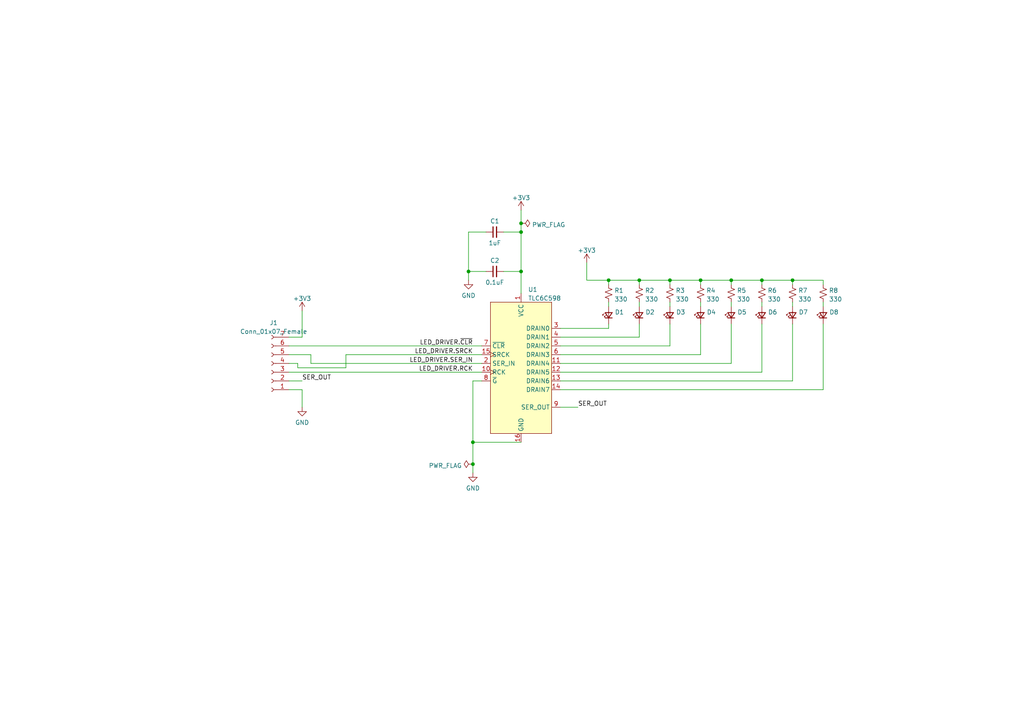
<source format=kicad_sch>
(kicad_sch (version 20211123) (generator eeschema)
  (paper "A4")
  (lib_symbols
    (symbol "Connector:Conn_01x07_Female" (pin_names (offset 1.016) hide)
      (property "Reference" "J" (at 0 10.16 0))
      (property "Value" "Conn_01x07_Female" (at 0 -10.16 0))
      (symbol "Conn_01x07_Female_1_1"
        (arc (start 0 -7.112) (mid -0.508 -7.62) (end 0 -8.128) (stroke (width 0.1524)))
        (arc (start 0 -4.572) (mid -0.508 -5.08) (end 0 -5.588) (stroke (width 0.1524)))
        (arc (start 0 -2.032) (mid -0.508 -2.54) (end 0 -3.048) (stroke (width 0.1524)))
        (polyline (pts (xy -1.27 -7.62) (xy -0.508 -7.62)) (stroke (width 0.1524)))
        (polyline (pts (xy -1.27 -5.08) (xy -0.508 -5.08)) (stroke (width 0.1524)))
        (polyline (pts (xy -1.27 -2.54) (xy -0.508 -2.54)) (stroke (width 0.1524)))
        (polyline (pts (xy -1.27 0) (xy -0.508 0)) (stroke (width 0.1524)))
        (polyline (pts (xy -1.27 2.54) (xy -0.508 2.54)) (stroke (width 0.1524)))
        (polyline (pts (xy -1.27 5.08) (xy -0.508 5.08)) (stroke (width 0.1524)))
        (polyline (pts (xy -1.27 7.62) (xy -0.508 7.62)) (stroke (width 0.1524)))
        (arc (start 0 0.508) (mid -0.508 0) (end 0 -0.508) (stroke (width 0.1524)))
        (arc (start 0 3.048) (mid -0.508 2.54) (end 0 2.032) (stroke (width 0.1524)))
        (arc (start 0 5.588) (mid -0.508 5.08) (end 0 4.572) (stroke (width 0.1524)))
        (arc (start 0 8.128) (mid -0.508 7.62) (end 0 7.112) (stroke (width 0.1524)))
        (pin passive line (at -5.08 7.62 0) (length 3.81) (name "Pin_1") (number "1"))
        (pin passive line (at -5.08 5.08 0) (length 3.81) (name "Pin_2") (number "2"))
        (pin passive line (at -5.08 2.54 0) (length 3.81) (name "Pin_3") (number "3"))
        (pin passive line (at -5.08 0 0) (length 3.81) (name "Pin_4") (number "4"))
        (pin passive line (at -5.08 -2.54 0) (length 3.81) (name "Pin_5") (number "5"))
        (pin passive line (at -5.08 -5.08 0) (length 3.81) (name "Pin_6") (number "6"))
        (pin passive line (at -5.08 -7.62 0) (length 3.81) (name "Pin_7") (number "7"))
      )
    )
    (symbol "Device:C_Small" (pin_numbers hide) (pin_names (offset 0.254) hide)
      (property "Reference" "C" (at 0.254 1.778 0))
      (property "Value" "C_Small" (at 0.254 -2.032 0))
      (symbol "C_Small_0_1"
        (polyline (pts (xy -1.524 -0.508) (xy 1.524 -0.508)) (stroke (width 0.3302)))
        (polyline (pts (xy -1.524 0.508) (xy 1.524 0.508)) (stroke (width 0.3048)))
      )
      (symbol "C_Small_1_1"
        (pin passive line (at 0 2.54 270) (length 2.032) (name "~") (number "1"))
        (pin passive line (at 0 -2.54 90) (length 2.032) (name "~") (number "2"))
      )
    )
    (symbol "Device:LED_Small" (pin_numbers hide) (pin_names (offset 0.254) hide)
      (property "Reference" "D" (at -1.27 3.175 0))
      (property "Value" "LED_Small" (at -4.445 -2.54 0))
      (symbol "LED_Small_0_1"
        (polyline (pts (xy -0.762 -1.016) (xy -0.762 1.016)) (stroke (width 0.254)))
        (polyline (pts (xy 1.016 0) (xy -0.762 0)))
        (polyline (pts (xy 0.762 -1.016) (xy -0.762 0) (xy 0.762 1.016) (xy 0.762 -1.016)) (stroke (width 0.254)))
        (polyline (pts (xy 0 0.762) (xy -0.508 1.27) (xy -0.254 1.27) (xy -0.508 1.27) (xy -0.508 1.016)))
        (polyline (pts (xy 0.508 1.27) (xy 0 1.778) (xy 0.254 1.778) (xy 0 1.778) (xy 0 1.524)))
      )
      (symbol "LED_Small_1_1"
        (pin passive line (at -2.54 0 0) (length 1.778) (name "K") (number "1"))
        (pin passive line (at 2.54 0 180) (length 1.778) (name "A") (number "2"))
      )
    )
    (symbol "Device:R_Small_US" (pin_numbers hide) (pin_names (offset 0.254) hide)
      (property "Reference" "R" (at 0.762 0.508 0))
      (property "Value" "R_Small_US" (at 0.762 -1.016 0))
      (symbol "R_Small_US_1_1"
        (polyline (pts (xy 0 0) (xy 1.016 -0.381) (xy 0 -0.762) (xy -1.016 -1.143) (xy 0 -1.524)))
        (polyline (pts (xy 0 1.524) (xy 1.016 1.143) (xy 0 0.762) (xy -1.016 0.381) (xy 0 0)))
        (pin passive line (at 0 2.54 270) (length 1.016) (name "~") (number "1"))
        (pin passive line (at 0 -2.54 90) (length 1.016) (name "~") (number "2"))
      )
    )
    (symbol "power:+3V3" (power) (pin_names (offset 0))
      (property "Value" "+3V3" (at 0 3.556 0))
      (symbol "+3V3_0_1"
        (polyline (pts (xy -0.762 1.27) (xy 0 2.54)))
        (polyline (pts (xy 0 0) (xy 0 2.54)))
        (polyline (pts (xy 0 2.54) (xy 0.762 1.27)))
      )
      (symbol "+3V3_1_1"
        (pin power_in line (at 0 0 90) (length 0) hide (name "+3V3") (number "1"))
      )
    )
    (symbol "power:GND" (power) (pin_names (offset 0))
      (property "Value" "GND" (at 0 -3.81 0))
      (symbol "GND_0_1"
        (polyline (pts (xy 0 0) (xy 0 -1.27) (xy 1.27 -1.27) (xy 0 -2.54) (xy -1.27 -1.27) (xy 0 -1.27)))
      )
      (symbol "GND_1_1"
        (pin power_in line (at 0 0 270) (length 0) hide (name "GND") (number "1"))
      )
    )
    (symbol "power:PWR_FLAG" (power) (pin_numbers hide) (pin_names (offset 0) hide)
      (property "Value" "PWR_FLAG" (at 0 3.81 0))
      (symbol "PWR_FLAG_0_0"
        (pin power_out line (at 0 0 90) (length 0) (name "pwr") (number "1"))
      )
      (symbol "PWR_FLAG_0_1"
        (polyline (pts (xy 0 0) (xy 0 1.27) (xy -1.016 1.905) (xy 0 2.54) (xy 1.016 1.905) (xy 0 1.27)))
      )
    )
    (symbol "symbols:TLC6C598"
      (property "Reference" "U" (at -7.62 20.32 0))
      (property "Value" "TLC6C598" (at 6.35 -22.86 0))
      (symbol "TLC6C598_0_1"
        (rectangle (start -8.89 17.78) (end 8.89 -20.32) (stroke (width 0.1524)) (fill (type background)))
      )
      (symbol "TLC6C598_1_1"
        (pin power_in line (at 0 20.32 270) (length 2.54) (name "VCC") (number "1"))
        (pin input clock (at -11.43 -2.54 0) (length 2.54) (name "RCK") (number "10"))
        (pin passive line (at 11.43 0 180) (length 2.54) (name "DRAIN4") (number "11"))
        (pin passive line (at 11.43 -2.54 180) (length 2.54) (name "DRAIN5") (number "12"))
        (pin passive line (at 11.43 -5.08 180) (length 2.54) (name "DRAIN6") (number "13"))
        (pin passive line (at 11.43 -7.62 180) (length 2.54) (name "DRAIN7") (number "14"))
        (pin input clock (at -11.43 2.54 0) (length 2.54) (name "SRCK") (number "15"))
        (pin power_in line (at 0 -22.86 90) (length 2.54) (name "GND") (number "16"))
        (pin input line (at -11.43 0 0) (length 2.54) (name "SER_IN") (number "2"))
        (pin passive line (at 11.43 10.16 180) (length 2.54) (name "DRAIN0") (number "3"))
        (pin passive line (at 11.43 7.62 180) (length 2.54) (name "DRAIN1") (number "4"))
        (pin passive line (at 11.43 5.08 180) (length 2.54) (name "DRAIN2") (number "5"))
        (pin passive line (at 11.43 2.54 180) (length 2.54) (name "DRAIN3") (number "6"))
        (pin input line (at -11.43 5.08 0) (length 2.54) (name "~{CLR}") (number "7"))
        (pin input line (at -11.43 -5.08 0) (length 2.54) (name "~{G}") (number "8"))
        (pin output line (at 11.43 -12.7 180) (length 2.54) (name "SER_OUT") (number "9"))
      )
    )
  )
  (junction (at 194.31 81.28))
  (junction (at 229.87 81.28))
  (junction (at 137.16 128.27))
  (junction (at 176.53 81.28))
  (junction (at 151.13 64.77))
  (junction (at 203.2 81.28))
  (junction (at 185.42 81.28))
  (junction (at 137.16 134.62))
  (junction (at 151.13 78.74))
  (junction (at 135.89 78.74))
  (junction (at 212.09 81.28))
  (junction (at 151.13 67.31))
  (junction (at 220.98 81.28))
  (wire (pts (xy 137.16 110.49) (xy 139.7 110.49)))
  (wire (pts (xy 194.31 100.33) (xy 194.31 93.98)))
  (wire (pts (xy 162.56 107.95) (xy 220.98 107.95)))
  (wire (pts (xy 162.56 118.11) (xy 167.64 118.11)))
  (wire (pts (xy 162.56 102.87) (xy 203.2 102.87)))
  (wire (pts (xy 100.33 102.87) (xy 100.33 106.68)))
  (wire (pts (xy 194.31 81.28) (xy 194.31 82.55)))
  (wire (pts (xy 170.18 81.28) (xy 176.53 81.28)))
  (wire (pts (xy 194.31 81.28) (xy 203.2 81.28)))
  (wire (pts (xy 140.97 67.31) (xy 135.89 67.31)))
  (wire (pts (xy 137.16 134.62) (xy 137.16 137.16)))
  (wire (pts (xy 185.42 87.63) (xy 185.42 88.9)))
  (wire (pts (xy 162.56 100.33) (xy 194.31 100.33)))
  (wire (pts (xy 220.98 107.95) (xy 220.98 93.98)))
  (wire (pts (xy 100.33 102.87) (xy 139.7 102.87)))
  (wire (pts (xy 220.98 81.28) (xy 229.87 81.28)))
  (wire (pts (xy 162.56 105.41) (xy 212.09 105.41)))
  (wire (pts (xy 86.36 105.41) (xy 83.82 105.41)))
  (wire (pts (xy 137.16 128.27) (xy 137.16 134.62)))
  (wire (pts (xy 162.56 110.49) (xy 229.87 110.49)))
  (wire (pts (xy 83.82 100.33) (xy 139.7 100.33)))
  (wire (pts (xy 185.42 81.28) (xy 185.42 82.55)))
  (wire (pts (xy 176.53 95.25) (xy 176.53 93.98)))
  (wire (pts (xy 137.16 128.27) (xy 151.13 128.27)))
  (wire (pts (xy 135.89 81.28) (xy 135.89 78.74)))
  (wire (pts (xy 90.17 105.41) (xy 90.17 102.87)))
  (wire (pts (xy 162.56 113.03) (xy 238.76 113.03)))
  (wire (pts (xy 229.87 87.63) (xy 229.87 88.9)))
  (wire (pts (xy 212.09 87.63) (xy 212.09 88.9)))
  (wire (pts (xy 151.13 67.31) (xy 151.13 78.74)))
  (wire (pts (xy 212.09 81.28) (xy 220.98 81.28)))
  (wire (pts (xy 87.63 97.79) (xy 87.63 90.17)))
  (wire (pts (xy 90.17 102.87) (xy 83.82 102.87)))
  (wire (pts (xy 146.05 67.31) (xy 151.13 67.31)))
  (wire (pts (xy 185.42 93.98) (xy 185.42 97.79)))
  (wire (pts (xy 135.89 78.74) (xy 140.97 78.74)))
  (wire (pts (xy 137.16 110.49) (xy 137.16 128.27)))
  (wire (pts (xy 135.89 67.31) (xy 135.89 78.74)))
  (wire (pts (xy 238.76 113.03) (xy 238.76 93.98)))
  (wire (pts (xy 151.13 60.96) (xy 151.13 64.77)))
  (wire (pts (xy 83.82 97.79) (xy 87.63 97.79)))
  (wire (pts (xy 146.05 78.74) (xy 151.13 78.74)))
  (wire (pts (xy 83.82 110.49) (xy 87.63 110.49)))
  (wire (pts (xy 100.33 106.68) (xy 86.36 106.68)))
  (wire (pts (xy 170.18 76.2) (xy 170.18 81.28)))
  (wire (pts (xy 176.53 81.28) (xy 176.53 82.55)))
  (wire (pts (xy 86.36 106.68) (xy 86.36 105.41)))
  (wire (pts (xy 203.2 87.63) (xy 203.2 88.9)))
  (wire (pts (xy 176.53 81.28) (xy 185.42 81.28)))
  (wire (pts (xy 176.53 87.63) (xy 176.53 88.9)))
  (wire (pts (xy 212.09 93.98) (xy 212.09 105.41)))
  (wire (pts (xy 162.56 97.79) (xy 185.42 97.79)))
  (wire (pts (xy 185.42 81.28) (xy 194.31 81.28)))
  (wire (pts (xy 194.31 87.63) (xy 194.31 88.9)))
  (wire (pts (xy 203.2 81.28) (xy 203.2 82.55)))
  (wire (pts (xy 151.13 64.77) (xy 151.13 67.31)))
  (wire (pts (xy 83.82 107.95) (xy 139.7 107.95)))
  (wire (pts (xy 162.56 95.25) (xy 176.53 95.25)))
  (wire (pts (xy 203.2 102.87) (xy 203.2 93.98)))
  (wire (pts (xy 83.82 113.03) (xy 87.63 113.03)))
  (wire (pts (xy 151.13 78.74) (xy 151.13 85.09)))
  (wire (pts (xy 220.98 87.63) (xy 220.98 88.9)))
  (wire (pts (xy 229.87 93.98) (xy 229.87 110.49)))
  (wire (pts (xy 229.87 81.28) (xy 238.76 81.28)))
  (wire (pts (xy 212.09 81.28) (xy 212.09 82.55)))
  (wire (pts (xy 203.2 81.28) (xy 212.09 81.28)))
  (wire (pts (xy 90.17 105.41) (xy 139.7 105.41)))
  (wire (pts (xy 238.76 87.63) (xy 238.76 88.9)))
  (wire (pts (xy 238.76 81.28) (xy 238.76 82.55)))
  (wire (pts (xy 229.87 81.28) (xy 229.87 82.55)))
  (wire (pts (xy 87.63 113.03) (xy 87.63 118.11)))
  (wire (pts (xy 220.98 81.28) (xy 220.98 82.55)))
  (label "LED_DRIVER.~{CLR}" (at 137.16 100.33 180))
  (label "SER_OUT" (at 87.63 110.49 0))
  (label "LED_DRIVER.SER_IN" (at 137.16 105.41 180))
  (label "SER_OUT" (at 167.64 118.11 0))
  (label "LED_DRIVER.SRCK" (at 137.16 102.87 180))
  (label "LED_DRIVER.RCK" (at 137.16 107.95 180))
  (symbol (lib_id "Device:LED_Small") (at 212.09 91.44 90) (unit 1)
    (property "Reference" "D5" (at 213.868 90.5418 90) (effects (justify right)))
    (property "Value" "LED_Small" (effects hide))
    (property "Footprint" "LED_SMD:LED_0603_1608Metric" (effects hide))
  )
  (symbol (lib_id "Device:R_Small_US") (at 203.2 85.09 0) (unit 1)
    (property "Reference" "R4" (at 204.851 84.2553 0) (effects (justify left)))
    (property "Value" "330" (at 204.851 86.7922 0) (effects (justify left)))
    (property "Footprint" "Resistor_SMD:R_0603_1608Metric" (effects hide))
  )
  (symbol (lib_id "Device:R_Small_US") (at 185.42 85.09 0) (unit 1)
    (property "Reference" "R2" (at 187.071 84.2553 0) (effects (justify left)))
    (property "Value" "330" (at 187.071 86.7922 0) (effects (justify left)))
    (property "Footprint" "Resistor_SMD:R_0603_1608Metric" (effects hide))
  )
  (symbol (lib_id "Device:LED_Small") (at 229.87 91.44 90) (unit 1)
    (property "Reference" "D7" (at 231.648 90.5418 90) (effects (justify right)))
    (property "Value" "LED_Small" (effects hide))
    (property "Footprint" "LED_SMD:LED_0603_1608Metric" (effects hide))
  )
  (symbol (lib_id "power:GND") (at 135.89 81.28 0) (unit 1)
    (property "Reference" "#PWR03" (effects hide))
    (property "Value" "GND" (at 135.89 85.7234 0))
  )
  (symbol (lib_id "Device:C_Small") (at 143.51 78.74 90) (unit 1)
    (property "Reference" "C2" (at 143.51 75.565 90))
    (property "Value" "0.1uF" (at 143.51 81.915 90))
    (property "Footprint" "Capacitor_SMD:C_0603_1608Metric" (effects hide))
  )
  (symbol (lib_id "Device:LED_Small") (at 185.42 91.44 90) (unit 1)
    (property "Reference" "D2" (at 187.198 90.5418 90) (effects (justify right)))
    (property "Value" "LED_Small" (effects hide))
    (property "Footprint" "LED_SMD:LED_0603_1608Metric" (effects hide))
  )
  (symbol (lib_id "Device:LED_Small") (at 238.76 91.44 90) (unit 1)
    (property "Reference" "D8" (at 240.538 90.5418 90) (effects (justify right)))
    (property "Value" "LED_Small" (effects hide))
    (property "Footprint" "LED_SMD:LED_0603_1608Metric" (effects hide))
  )
  (symbol (lib_id "Device:LED_Small") (at 194.31 91.44 90) (unit 1)
    (property "Reference" "D3" (at 196.088 90.5418 90) (effects (justify right)))
    (property "Value" "LED_Small" (effects hide))
    (property "Footprint" "LED_SMD:LED_0603_1608Metric" (effects hide))
  )
  (symbol (lib_id "Device:R_Small_US") (at 212.09 85.09 0) (unit 1)
    (property "Reference" "R5" (at 213.741 84.2553 0) (effects (justify left)))
    (property "Value" "330" (at 213.741 86.7922 0) (effects (justify left)))
    (property "Footprint" "Resistor_SMD:R_0603_1608Metric" (effects hide))
  )
  (symbol (lib_id "Device:C_Small") (at 143.51 67.31 90) (unit 1)
    (property "Reference" "C1" (at 143.51 64.135 90))
    (property "Value" "1uF" (at 143.51 70.485 90))
    (property "Footprint" "Capacitor_SMD:C_0805_2012Metric" (effects hide))
  )
  (symbol (lib_id "Device:R_Small_US") (at 229.87 85.09 0) (unit 1)
    (property "Reference" "R7" (at 231.521 84.2553 0) (effects (justify left)))
    (property "Value" "330" (at 231.521 86.7922 0) (effects (justify left)))
    (property "Footprint" "Resistor_SMD:R_0603_1608Metric" (effects hide))
  )
  (symbol (lib_id "Device:R_Small_US") (at 176.53 85.09 0) (unit 1)
    (property "Reference" "R1" (at 178.181 84.2553 0) (effects (justify left)))
    (property "Value" "330" (at 178.181 86.7922 0) (effects (justify left)))
    (property "Footprint" "Resistor_SMD:R_0603_1608Metric" (effects hide))
  )
  (symbol (lib_id "Device:R_Small_US") (at 194.31 85.09 0) (unit 1)
    (property "Reference" "R3" (at 195.961 84.2553 0) (effects (justify left)))
    (property "Value" "330" (at 195.961 86.7922 0) (effects (justify left)))
    (property "Footprint" "Resistor_SMD:R_0603_1608Metric" (effects hide))
  )
  (symbol (lib_id "symbols:TLC6C598") (at 151.13 105.41 0) (unit 1)
    (property "Reference" "U1" (at 153.1494 83.981 0) (effects (justify left)))
    (property "Value" "TLC6C598" (at 153.1494 86.5179 0) (effects (justify left)))
    (property "Footprint" "Package_SO:TSSOP-16-1EP_4.4x5mm_P0.65mm_EP3x3mm_ThermalVias" (effects hide))
  )
  (symbol (lib_id "Connector:Conn_01x07_Female") (at 78.74 105.41 180) (unit 1)
    (property "Reference" "J1" (at 79.375 93.633 0))
    (property "Value" "Conn_01x07_Female" (at 79.375 96.1699 0))
    (property "Footprint" "Connector_PinHeader_2.54mm:PinHeader_1x07_P2.54mm_Vertical" (effects hide))
  )
  (symbol (lib_id "Device:LED_Small") (at 176.53 91.44 90) (unit 1)
    (property "Reference" "D1" (at 178.308 90.5418 90) (effects (justify right)))
    (property "Value" "LED_Small" (effects hide))
    (property "Footprint" "LED_SMD:LED_0603_1608Metric" (effects hide))
  )
  (symbol (lib_id "power:PWR_FLAG") (at 137.16 134.62 90) (unit 1)
    (property "Reference" "#FLG0102" (effects hide))
    (property "Value" "PWR_FLAG" (at 133.9851 135.0538 90) (effects (justify left)))
  )
  (symbol (lib_id "power:+3V3") (at 87.63 90.17 0) (unit 1)
    (property "Reference" "#PWR01" (effects hide))
    (property "Value" "+3V3" (at 87.63 86.5942 0))
  )
  (symbol (lib_id "Device:R_Small_US") (at 238.76 85.09 0) (unit 1)
    (property "Reference" "R8" (at 240.411 84.2553 0) (effects (justify left)))
    (property "Value" "330" (at 240.411 86.7922 0) (effects (justify left)))
    (property "Footprint" "Resistor_SMD:R_0603_1608Metric" (effects hide))
  )
  (symbol (lib_id "power:+3V3") (at 151.13 60.96 0) (unit 1)
    (property "Reference" "#PWR05" (effects hide))
    (property "Value" "+3V3" (at 151.13 57.3842 0))
  )
  (symbol (lib_id "Device:LED_Small") (at 220.98 91.44 90) (unit 1)
    (property "Reference" "D6" (at 222.758 90.5418 90) (effects (justify right)))
    (property "Value" "LED_Small" (effects hide))
    (property "Footprint" "LED_SMD:LED_0603_1608Metric" (effects hide))
  )
  (symbol (lib_id "power:PWR_FLAG") (at 151.13 64.77 270) (unit 1)
    (property "Reference" "#FLG0101" (effects hide))
    (property "Value" "PWR_FLAG" (at 154.305 65.2038 90) (effects (justify left)))
  )
  (symbol (lib_id "power:+3V3") (at 170.18 76.2 0) (unit 1)
    (property "Reference" "#PWR06" (effects hide))
    (property "Value" "+3V3" (at 170.18 72.6242 0))
  )
  (symbol (lib_id "power:GND") (at 137.16 137.16 0) (unit 1)
    (property "Reference" "#PWR04" (effects hide))
    (property "Value" "GND" (at 137.16 141.6034 0))
  )
  (symbol (lib_id "power:GND") (at 87.63 118.11 0) (unit 1)
    (property "Reference" "#PWR02" (effects hide))
    (property "Value" "GND" (at 87.63 122.5534 0))
  )
  (symbol (lib_id "Device:LED_Small") (at 203.2 91.44 90) (unit 1)
    (property "Reference" "D4" (at 204.978 90.5418 90) (effects (justify right)))
    (property "Value" "LED_Small" (effects hide))
    (property "Footprint" "LED_SMD:LED_0603_1608Metric" (effects hide))
  )
  (symbol (lib_id "Device:R_Small_US") (at 220.98 85.09 0) (unit 1)
    (property "Reference" "R6" (at 222.631 84.2553 0) (effects (justify left)))
    (property "Value" "330" (at 222.631 86.7922 0) (effects (justify left)))
    (property "Footprint" "Resistor_SMD:R_0603_1608Metric" (effects hide))
  )
)
</source>
